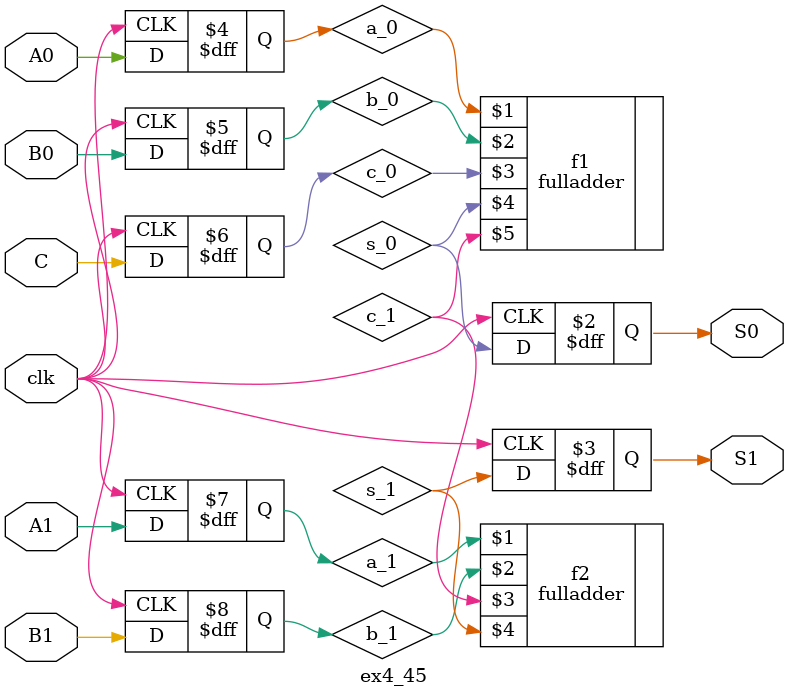
<source format=sv>
module ex4_45(input  logic clk, C, A0, B0, A1, B1,
              output logic S0, S1);
				  
  logic a_0, b_0, c_0, a_1, b_1, c_1, s_0, s_1;
  
  fulladder f1(a_0, b_0, c_0, s_0, c_1), f2(a_1, b_1, c_1, s_1);
  
  
  always_ff @(posedge clk)
    begin
	 a_0 <= A0;
	 b_0 <= B0;
	 c_0 <= C;
	 a_1 <= A1;
	 b_1 <= B1;
	 S0 <= s_0;
	 S1 <= s_1;
	 
	 end
  
endmodule

</source>
